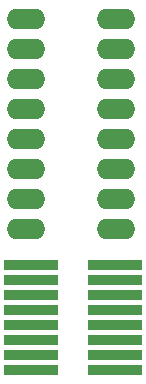
<source format=gts>
G75*
G70*
%OFA0B0*%
%FSLAX24Y24*%
%IPPOS*%
%LPD*%
%AMOC8*
5,1,8,0,0,1.08239X$1,22.5*
%
%ADD10O,0.1280X0.0680*%
%ADD11R,0.1830X0.0330*%
D10*
X005512Y013691D03*
X005512Y012691D03*
X005512Y011691D03*
X005512Y010691D03*
X005512Y009691D03*
X005512Y008691D03*
X005512Y007691D03*
X005512Y006691D03*
X002512Y006691D03*
X002512Y007691D03*
X002512Y008691D03*
X002512Y009691D03*
X002512Y010691D03*
X002512Y011691D03*
X002512Y012691D03*
X002512Y013691D03*
D11*
X002662Y001991D03*
X002662Y002491D03*
X002662Y002991D03*
X002662Y003491D03*
X002662Y003991D03*
X002662Y004491D03*
X002662Y004991D03*
X002662Y005491D03*
X005462Y005491D03*
X005462Y004991D03*
X005462Y004491D03*
X005462Y003991D03*
X005462Y003491D03*
X005462Y002991D03*
X005462Y002491D03*
X005462Y001991D03*
M02*

</source>
